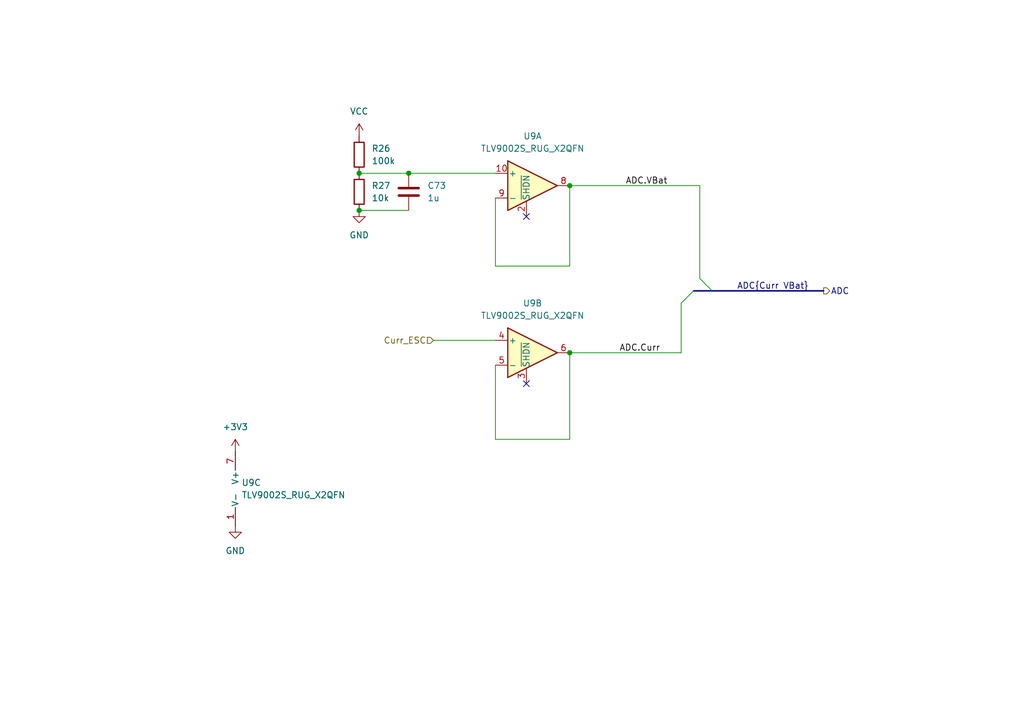
<source format=kicad_sch>
(kicad_sch (version 20250114) (generator "eeschema") (generator_version "9.0")
  (paper "A5")
  (title_block (title "Kolibri FC - ADC Buffers"))
  (lib_symbols
    (symbol "Device:C" (pin_numbers (hide yes)) (pin_names (offset 0.254))
      (property "Reference" "C" (at 0.635 2.54 0))
      (property "Value" "C" (at 0.635 -2.54 0))
      (symbol "C_0_1"
        (polyline (pts (xy -2.032 0.762) (xy 2.032 0.762)) (stroke (width 0.508)))
        (polyline (pts (xy -2.032 -0.762) (xy 2.032 -0.762)) (stroke (width 0.508)))
      )
      (symbol "C_1_1"
        (pin passive line (at 0 3.81 270) (length 2.794) (name "~") (number "1"))
        (pin passive line (at 0 -3.81 90) (length 2.794) (name "~") (number "2"))
      )
    )
    (symbol "Device:R" (pin_numbers (hide yes)) (pin_names (offset 0))
      (property "Reference" "R" (at 2.032 0 90))
      (property "Value" "R" (at 0 0 90))
      (symbol "R_0_1"
        (rectangle (start -1.016 -2.54) (end 1.016 2.54) (stroke (width 0.254)))
      )
      (symbol "R_1_1"
        (pin passive line (at 0 3.81 270) (length 1.27) (name "~") (number "1"))
        (pin passive line (at 0 -3.81 90) (length 1.27) (name "~") (number "2"))
      )
    )
    (symbol "Kolibri custom:TLV9002S_RUG_X2QFN" (pin_names (offset 0.127))
      (property "Reference" "U" (at 0 5.08 0))
      (property "Value" "TLV9002S_RUG_X2QFN" (at 1.27 -3.81 0))
      (symbol "TLV9002S_RUG_X2QFN_1_1"
        (polyline (pts (xy -5.08 5.08) (xy 5.08 0) (xy -5.08 -5.08) (xy -5.08 5.08)) (stroke (width 0.254)) (fill (type background)))
        (pin input line (at -7.62 2.54 0) (length 2.54) (name "+") (number "10"))
        (pin input line (at -7.62 -2.54 0) (length 2.54) (name "-") (number "9"))
        (pin input line (at -1.27 -6.35 90) (length 3.175) (name "~{SHDN}") (number "2"))
        (pin output line (at 7.62 0 180) (length 2.54) (name "~") (number "8"))
      )
      (symbol "TLV9002S_RUG_X2QFN_2_1"
        (polyline (pts (xy -5.08 5.08) (xy 5.08 0) (xy -5.08 -5.08) (xy -5.08 5.08)) (stroke (width 0.254)) (fill (type background)))
        (pin input line (at -7.62 2.54 0) (length 2.54) (name "+") (number "4"))
        (pin input line (at -7.62 -2.54 0) (length 2.54) (name "-") (number "5"))
        (pin input line (at -1.27 -6.35 90) (length 3.175) (name "~{SHDN}") (number "3"))
        (pin output line (at 7.62 0 180) (length 2.54) (name "~") (number "6"))
      )
      (symbol "TLV9002S_RUG_X2QFN_3_1"
        (pin power_in line (at -2.54 7.62 270) (length 3.81) (name "V+") (number "7"))
        (pin power_in line (at -2.54 -7.62 90) (length 3.81) (name "V-") (number "1"))
      )
    )
    (symbol "power:+3V3" (power) (pin_numbers (hide yes)) (pin_names (offset 0) (hide yes))
      (property "Value" "+3V3" (at 0 3.556 0))
      (symbol "+3V3_0_1"
        (polyline (pts (xy -0.762 1.27) (xy 0 2.54)))
        (polyline (pts (xy 0 2.54) (xy 0.762 1.27)))
        (polyline (pts (xy 0 0) (xy 0 2.54)))
      )
      (symbol "+3V3_1_1"
        (pin power_in line (at 0 0 90) (length 0) (name "~") (number "1"))
      )
    )
    (symbol "power:GND" (power) (pin_numbers (hide yes)) (pin_names (offset 0) (hide yes))
      (property "Value" "GND" (at 0 -3.81 0))
      (symbol "GND_0_1"
        (polyline (pts (xy 0 0) (xy 0 -1.27) (xy 1.27 -1.27) (xy 0 -2.54) (xy -1.27 -1.27) (xy 0 -1.27)))
      )
      (symbol "GND_1_1"
        (pin power_in line (at 0 0 270) (length 0) (name "~") (number "1"))
      )
    )
    (symbol "power:VCC" (power) (pin_numbers (hide yes)) (pin_names (offset 0) (hide yes))
      (property "Value" "VCC" (at 0 3.556 0))
      (symbol "VCC_0_1"
        (polyline (pts (xy -0.762 1.27) (xy 0 2.54)))
        (polyline (pts (xy 0 2.54) (xy 0.762 1.27)))
        (polyline (pts (xy 0 0) (xy 0 2.54)))
      )
      (symbol "VCC_1_1"
        (pin power_in line (at 0 0 90) (length 0) (name "~") (number "1"))
      )
    )
  )
  (junction (at 73.66 43.18))
  (junction (at 83.82 35.56))
  (junction (at 116.84 72.39))
  (junction (at 73.66 35.56))
  (junction (at 116.84 38.1))
  (no_connect (at 107.95 44.45))
  (no_connect (at 107.95 78.74))
  (bus_entry (at 139.7 62.23) (size 2.54 -2.54))
  (bus_entry (at 143.51 57.15) (size 2.54 2.54))
  (wire (pts (xy 73.66 35.56) (xy 83.82 35.56)))
  (wire (pts (xy 139.7 72.39) (xy 139.7 62.23)))
  (wire (pts (xy 88.9 69.85) (xy 101.6 69.85)))
  (wire (pts (xy 116.84 38.1) (xy 143.51 38.1)))
  (wire (pts (xy 101.6 90.17) (xy 116.84 90.17)))
  (wire (pts (xy 101.6 40.64) (xy 101.6 54.61)))
  (wire (pts (xy 116.84 54.61) (xy 116.84 38.1)))
  (wire (pts (xy 101.6 54.61) (xy 116.84 54.61)))
  (bus (pts (xy 142.24 59.69) (xy 146.05 59.69)))
  (wire (pts (xy 83.82 35.56) (xy 101.6 35.56)))
  (wire (pts (xy 101.6 74.93) (xy 101.6 90.17)))
  (wire (pts (xy 116.84 90.17) (xy 116.84 72.39)))
  (wire (pts (xy 73.66 43.18) (xy 83.82 43.18)))
  (wire (pts (xy 116.84 72.39) (xy 139.7 72.39)))
  (wire (pts (xy 143.51 38.1) (xy 143.51 57.15)))
  (bus (pts (xy 146.05 59.69) (xy 168.91 59.69)))
  (label "ADC.VBat" (at 128.27 38.1 0))
  (label "ADC{Curr VBat}" (at 151.13 59.69 0))
  (label "ADC.Curr" (at 127 72.39 0))
  (hierarchical_label "ADC" (shape output) (at 168.91 59.69 0))
  (hierarchical_label "Curr_ESC" (shape input) (at 88.9 69.85 180))
  (symbol (lib_id "Kolibri custom:TLV9002S_RUG_X2QFN") (at 50.8 100.33 0) (unit 3)
    (property "Reference" "U9" (at 49.53 99.0599 0) (effects (justify left)))
    (property "Value" "TLV9002S_RUG_X2QFN" (at 49.53 101.5999 0) (effects (justify left)))
    (property "Footprint" "Kolibri custom:Texas_X2QFN_RUG_10pin_1.5x2mm" (effects (hide yes)))
    (property "Description" "Dual Operational Amplifiers, X2QFN" (effects (hide yes)))
  )
  (symbol (lib_id "power:VCC") (at 73.66 27.94 0) (unit 1)
    (property "Reference" "#PWR150" (effects (hide yes)))
    (property "Value" "VCC" (at 73.66 22.86 0))
    (property "Description" "Power symbol creates a global label with name \"VCC\"" (effects (hide yes)))
  )
  (symbol (lib_id "Device:C") (at 83.82 39.37 180) (unit 1)
    (property "Reference" "C73" (at 87.63 38.0999 0) (effects (justify right)))
    (property "Value" "1u" (at 87.63 40.6399 0) (effects (justify right)))
    (property "Footprint" "Capacitor_SMD:C_0402_1005Metric" (effects (hide yes)))
    (property "Description" "Unpolarized capacitor" (effects (hide yes)))
  )
  (symbol (lib_id "power:+3V3") (at 48.26 92.71 0) (unit 1)
    (property "Reference" "#PWR152" (effects (hide yes)))
    (property "Value" "+3V3" (at 48.26 87.63 0))
    (property "Description" "Power symbol creates a global label with name \"+3V3\"" (effects (hide yes)))
  )
  (symbol (lib_id "Kolibri custom:TLV9002S_RUG_X2QFN") (at 109.22 72.39 0) (unit 2)
    (property "Reference" "U9" (at 109.22 62.23 0))
    (property "Value" "TLV9002S_RUG_X2QFN" (at 109.22 64.77 0))
    (property "Footprint" "Kolibri custom:Texas_X2QFN_RUG_10pin_1.5x2mm" (effects (hide yes)))
    (property "Description" "Dual Operational Amplifiers, X2QFN" (effects (hide yes)))
  )
  (symbol (lib_id "power:GND") (at 73.66 43.18 0) (unit 1)
    (property "Reference" "#PWR151" (effects (hide yes)))
    (property "Value" "GND" (at 73.66 48.26 0))
    (property "Description" "Power symbol creates a global label with name \"GND\" , ground" (effects (hide yes)))
  )
  (symbol (lib_id "Device:R") (at 73.66 31.75 0) (unit 1)
    (property "Reference" "R26" (at 76.2 30.4799 0) (effects (justify left)))
    (property "Value" "100k" (at 76.2 33.0199 0) (effects (justify left)))
    (property "Footprint" "Resistor_SMD:R_0402_1005Metric" (effects (hide yes)))
    (property "Description" "Resistor" (effects (hide yes)))
  )
  (symbol (lib_id "Kolibri custom:TLV9002S_RUG_X2QFN") (at 109.22 38.1 0) (unit 1)
    (property "Reference" "U9" (at 109.22 27.94 0))
    (property "Value" "TLV9002S_RUG_X2QFN" (at 109.22 30.48 0))
    (property "Footprint" "Kolibri custom:Texas_X2QFN_RUG_10pin_1.5x2mm" (effects (hide yes)))
    (property "Description" "Dual Operational Amplifiers, X2QFN" (effects (hide yes)))
  )
  (symbol (lib_id "power:GND") (at 48.26 107.95 0) (unit 1)
    (property "Reference" "#PWR153" (effects (hide yes)))
    (property "Value" "GND" (at 48.26 113.03 0))
    (property "Description" "Power symbol creates a global label with name \"GND\" , ground" (effects (hide yes)))
  )
  (symbol (lib_id "Device:R") (at 73.66 39.37 0) (unit 1)
    (property "Reference" "R27" (at 76.2 38.0999 0) (effects (justify left)))
    (property "Value" "10k" (at 76.2 40.6399 0) (effects (justify left)))
    (property "Footprint" "Resistor_SMD:R_0402_1005Metric" (effects (hide yes)))
    (property "Description" "Resistor" (effects (hide yes)))
  )
)
</source>
